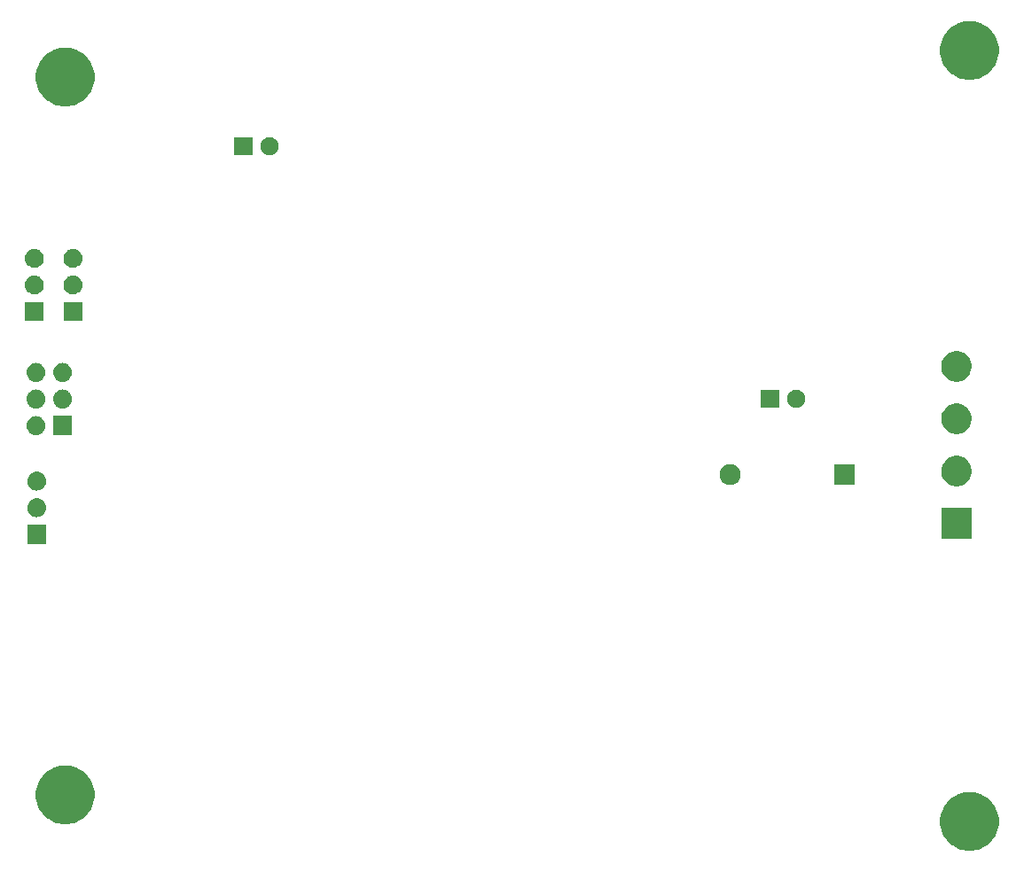
<source format=gbr>
G04 #@! TF.GenerationSoftware,KiCad,Pcbnew,(5.0.1)-4*
G04 #@! TF.CreationDate,2019-02-26T19:28:48-05:00*
G04 #@! TF.ProjectId,Capstone,43617073746F6E652E6B696361645F70,v01*
G04 #@! TF.SameCoordinates,Original*
G04 #@! TF.FileFunction,Soldermask,Bot*
G04 #@! TF.FilePolarity,Negative*
%FSLAX46Y46*%
G04 Gerber Fmt 4.6, Leading zero omitted, Abs format (unit mm)*
G04 Created by KiCad (PCBNEW (5.0.1)-4) date 26/02/2019 7:28:48 PM*
%MOMM*%
%LPD*%
G01*
G04 APERTURE LIST*
%ADD10C,0.100000*%
G04 APERTURE END LIST*
D10*
G36*
X203746409Y-126793017D02*
X204016963Y-126846833D01*
X204228092Y-126934285D01*
X204526675Y-127057962D01*
X204526676Y-127057963D01*
X204985406Y-127364476D01*
X205375524Y-127754594D01*
X205605409Y-128098642D01*
X205682038Y-128213325D01*
X205728989Y-128326675D01*
X205893167Y-128723037D01*
X205946983Y-128993591D01*
X206000800Y-129264144D01*
X206000800Y-129815856D01*
X205893167Y-130356962D01*
X205682038Y-130866675D01*
X205682037Y-130866676D01*
X205375524Y-131325406D01*
X204985406Y-131715524D01*
X204641358Y-131945409D01*
X204526675Y-132022038D01*
X204228092Y-132145715D01*
X204016963Y-132233167D01*
X203746409Y-132286983D01*
X203475856Y-132340800D01*
X202924144Y-132340800D01*
X202653591Y-132286983D01*
X202383037Y-132233167D01*
X202171908Y-132145715D01*
X201873325Y-132022038D01*
X201758642Y-131945409D01*
X201414594Y-131715524D01*
X201024476Y-131325406D01*
X200717963Y-130866676D01*
X200717962Y-130866675D01*
X200506833Y-130356962D01*
X200399200Y-129815856D01*
X200399200Y-129264144D01*
X200453017Y-128993591D01*
X200506833Y-128723037D01*
X200671011Y-128326675D01*
X200717962Y-128213325D01*
X200794591Y-128098641D01*
X201024476Y-127754594D01*
X201414594Y-127364476D01*
X201873324Y-127057963D01*
X201873325Y-127057962D01*
X202171908Y-126934285D01*
X202383037Y-126846833D01*
X202653591Y-126793017D01*
X202924144Y-126739200D01*
X203475856Y-126739200D01*
X203746409Y-126793017D01*
X203746409Y-126793017D01*
G37*
G36*
X117386409Y-124253017D02*
X117656963Y-124306833D01*
X117868092Y-124394285D01*
X118166675Y-124517962D01*
X118166676Y-124517963D01*
X118625406Y-124824476D01*
X119015524Y-125214594D01*
X119245409Y-125558641D01*
X119322038Y-125673325D01*
X119445715Y-125971908D01*
X119533167Y-126183037D01*
X119640800Y-126724145D01*
X119640800Y-127275855D01*
X119545574Y-127754591D01*
X119533167Y-127816962D01*
X119322038Y-128326675D01*
X119322037Y-128326676D01*
X119015524Y-128785406D01*
X118625406Y-129175524D01*
X118281359Y-129405409D01*
X118166675Y-129482038D01*
X117868092Y-129605715D01*
X117656963Y-129693167D01*
X117386409Y-129746984D01*
X117115856Y-129800800D01*
X116564144Y-129800800D01*
X116293591Y-129746984D01*
X116023037Y-129693167D01*
X115811908Y-129605715D01*
X115513325Y-129482038D01*
X115398641Y-129405409D01*
X115054594Y-129175524D01*
X114664476Y-128785406D01*
X114357963Y-128326676D01*
X114357962Y-128326675D01*
X114146833Y-127816962D01*
X114134427Y-127754591D01*
X114039200Y-127275855D01*
X114039200Y-126724145D01*
X114146833Y-126183037D01*
X114234285Y-125971908D01*
X114357962Y-125673325D01*
X114434591Y-125558641D01*
X114664476Y-125214594D01*
X115054594Y-124824476D01*
X115513324Y-124517963D01*
X115513325Y-124517962D01*
X115811908Y-124394285D01*
X116023037Y-124306833D01*
X116293591Y-124253017D01*
X116564144Y-124199200D01*
X117115856Y-124199200D01*
X117386409Y-124253017D01*
X117386409Y-124253017D01*
G37*
G36*
X115018800Y-103008800D02*
X113217200Y-103008800D01*
X113217200Y-101207200D01*
X115018800Y-101207200D01*
X115018800Y-103008800D01*
X115018800Y-103008800D01*
G37*
G36*
X203406200Y-102517400D02*
X200504600Y-102517400D01*
X200504600Y-99615800D01*
X203406200Y-99615800D01*
X203406200Y-102517400D01*
X203406200Y-102517400D01*
G37*
G36*
X114206362Y-98671545D02*
X114294588Y-98680234D01*
X114407789Y-98714573D01*
X114464390Y-98731743D01*
X114602980Y-98805822D01*
X114620879Y-98815389D01*
X114656609Y-98844712D01*
X114758044Y-98927956D01*
X114841288Y-99029391D01*
X114870611Y-99065121D01*
X114870612Y-99065123D01*
X114954257Y-99221610D01*
X114954257Y-99221611D01*
X115005766Y-99391412D01*
X115023158Y-99568000D01*
X115005766Y-99744588D01*
X114971427Y-99857789D01*
X114954257Y-99914390D01*
X114880178Y-100052980D01*
X114870611Y-100070879D01*
X114841288Y-100106609D01*
X114758044Y-100208044D01*
X114656609Y-100291288D01*
X114620879Y-100320611D01*
X114620877Y-100320612D01*
X114464390Y-100404257D01*
X114407789Y-100421427D01*
X114294588Y-100455766D01*
X114206362Y-100464455D01*
X114162250Y-100468800D01*
X114073750Y-100468800D01*
X114029638Y-100464455D01*
X113941412Y-100455766D01*
X113828211Y-100421427D01*
X113771610Y-100404257D01*
X113615123Y-100320612D01*
X113615121Y-100320611D01*
X113579391Y-100291288D01*
X113477956Y-100208044D01*
X113394712Y-100106609D01*
X113365389Y-100070879D01*
X113355822Y-100052980D01*
X113281743Y-99914390D01*
X113264573Y-99857789D01*
X113230234Y-99744588D01*
X113212842Y-99568000D01*
X113230234Y-99391412D01*
X113281743Y-99221611D01*
X113281743Y-99221610D01*
X113365388Y-99065123D01*
X113365389Y-99065121D01*
X113394712Y-99029391D01*
X113477956Y-98927956D01*
X113579391Y-98844712D01*
X113615121Y-98815389D01*
X113633020Y-98805822D01*
X113771610Y-98731743D01*
X113828211Y-98714573D01*
X113941412Y-98680234D01*
X114029638Y-98671545D01*
X114073750Y-98667200D01*
X114162250Y-98667200D01*
X114206362Y-98671545D01*
X114206362Y-98671545D01*
G37*
G36*
X114206362Y-96131545D02*
X114294588Y-96140234D01*
X114407789Y-96174573D01*
X114464390Y-96191743D01*
X114602980Y-96265822D01*
X114620879Y-96275389D01*
X114656609Y-96304712D01*
X114758044Y-96387956D01*
X114841288Y-96489391D01*
X114870611Y-96525121D01*
X114870612Y-96525123D01*
X114954257Y-96681610D01*
X114954257Y-96681611D01*
X115005766Y-96851412D01*
X115023158Y-97028000D01*
X115005766Y-97204588D01*
X114982249Y-97282112D01*
X114954257Y-97374390D01*
X114880178Y-97512980D01*
X114870611Y-97530879D01*
X114841288Y-97566609D01*
X114758044Y-97668044D01*
X114656609Y-97751288D01*
X114620879Y-97780611D01*
X114620877Y-97780612D01*
X114464390Y-97864257D01*
X114407789Y-97881427D01*
X114294588Y-97915766D01*
X114206362Y-97924455D01*
X114162250Y-97928800D01*
X114073750Y-97928800D01*
X114029638Y-97924455D01*
X113941412Y-97915766D01*
X113828211Y-97881427D01*
X113771610Y-97864257D01*
X113615123Y-97780612D01*
X113615121Y-97780611D01*
X113579391Y-97751288D01*
X113477956Y-97668044D01*
X113394712Y-97566609D01*
X113365389Y-97530879D01*
X113355822Y-97512980D01*
X113281743Y-97374390D01*
X113253751Y-97282112D01*
X113230234Y-97204588D01*
X113212842Y-97028000D01*
X113230234Y-96851412D01*
X113281743Y-96681611D01*
X113281743Y-96681610D01*
X113365388Y-96525123D01*
X113365389Y-96525121D01*
X113394712Y-96489391D01*
X113477956Y-96387956D01*
X113579391Y-96304712D01*
X113615121Y-96275389D01*
X113633020Y-96265822D01*
X113771610Y-96191743D01*
X113828211Y-96174573D01*
X113941412Y-96140234D01*
X114029638Y-96131545D01*
X114073750Y-96127200D01*
X114162250Y-96127200D01*
X114206362Y-96131545D01*
X114206362Y-96131545D01*
G37*
G36*
X202285152Y-94652969D02*
X202378583Y-94671553D01*
X202642612Y-94780918D01*
X202877072Y-94937579D01*
X202880234Y-94939692D01*
X203082308Y-95141766D01*
X203241083Y-95379390D01*
X203261324Y-95428256D01*
X203338133Y-95613688D01*
X203350447Y-95643418D01*
X203406200Y-95923707D01*
X203406200Y-96209493D01*
X203393092Y-96275389D01*
X203350447Y-96489783D01*
X203273114Y-96676480D01*
X203241083Y-96753810D01*
X203082308Y-96991434D01*
X202880234Y-97193508D01*
X202880231Y-97193510D01*
X202642612Y-97352282D01*
X202378583Y-97461647D01*
X202285152Y-97480231D01*
X202098293Y-97517400D01*
X201812507Y-97517400D01*
X201625648Y-97480231D01*
X201532217Y-97461647D01*
X201268188Y-97352282D01*
X201030569Y-97193510D01*
X201030566Y-97193508D01*
X200828492Y-96991434D01*
X200669717Y-96753810D01*
X200637686Y-96676480D01*
X200560353Y-96489783D01*
X200517708Y-96275389D01*
X200504600Y-96209493D01*
X200504600Y-95923707D01*
X200560353Y-95643418D01*
X200572668Y-95613688D01*
X200649476Y-95428256D01*
X200669717Y-95379390D01*
X200828492Y-95141766D01*
X201030566Y-94939692D01*
X201033728Y-94937579D01*
X201268188Y-94780918D01*
X201532217Y-94671553D01*
X201625648Y-94652969D01*
X201812507Y-94615800D01*
X202098293Y-94615800D01*
X202285152Y-94652969D01*
X202285152Y-94652969D01*
G37*
G36*
X192265300Y-97396300D02*
X190258700Y-97396300D01*
X190258700Y-95389700D01*
X192265300Y-95389700D01*
X192265300Y-97396300D01*
X192265300Y-97396300D01*
G37*
G36*
X180516350Y-95405122D02*
X180632652Y-95428256D01*
X180815241Y-95503887D01*
X180979567Y-95613686D01*
X181119314Y-95753433D01*
X181229113Y-95917759D01*
X181304744Y-96100348D01*
X181322923Y-96191743D01*
X181343300Y-96294182D01*
X181343300Y-96491818D01*
X181336675Y-96525123D01*
X181304744Y-96685652D01*
X181229113Y-96868241D01*
X181119314Y-97032567D01*
X180979567Y-97172314D01*
X180815241Y-97282113D01*
X180632652Y-97357744D01*
X180516350Y-97380878D01*
X180438818Y-97396300D01*
X180241182Y-97396300D01*
X180163650Y-97380878D01*
X180047348Y-97357744D01*
X179864759Y-97282113D01*
X179700433Y-97172314D01*
X179560686Y-97032567D01*
X179450887Y-96868241D01*
X179375256Y-96685652D01*
X179343325Y-96525123D01*
X179336700Y-96491818D01*
X179336700Y-96294182D01*
X179357077Y-96191743D01*
X179375256Y-96100348D01*
X179450887Y-95917759D01*
X179560686Y-95753433D01*
X179700433Y-95613686D01*
X179864759Y-95503887D01*
X180047348Y-95428256D01*
X180163650Y-95405122D01*
X180241182Y-95389700D01*
X180438818Y-95389700D01*
X180516350Y-95405122D01*
X180516350Y-95405122D01*
G37*
G36*
X117490220Y-92612580D02*
X115688620Y-92612580D01*
X115688620Y-90810980D01*
X117490220Y-90810980D01*
X117490220Y-92612580D01*
X117490220Y-92612580D01*
G37*
G36*
X114137782Y-90815325D02*
X114226008Y-90824014D01*
X114339209Y-90858353D01*
X114395810Y-90875523D01*
X114534400Y-90949602D01*
X114552299Y-90959169D01*
X114588029Y-90988492D01*
X114689464Y-91071736D01*
X114772708Y-91173171D01*
X114802031Y-91208901D01*
X114802032Y-91208903D01*
X114885677Y-91365390D01*
X114885677Y-91365391D01*
X114937186Y-91535192D01*
X114954578Y-91711780D01*
X114937186Y-91888368D01*
X114905922Y-91991431D01*
X114885677Y-92058170D01*
X114813335Y-92193510D01*
X114802031Y-92214659D01*
X114772708Y-92250389D01*
X114689464Y-92351824D01*
X114588029Y-92435068D01*
X114552299Y-92464391D01*
X114552297Y-92464392D01*
X114395810Y-92548037D01*
X114339209Y-92565207D01*
X114226008Y-92599546D01*
X114137782Y-92608235D01*
X114093670Y-92612580D01*
X114005170Y-92612580D01*
X113961058Y-92608235D01*
X113872832Y-92599546D01*
X113759631Y-92565207D01*
X113703030Y-92548037D01*
X113546543Y-92464392D01*
X113546541Y-92464391D01*
X113510811Y-92435068D01*
X113409376Y-92351824D01*
X113326132Y-92250389D01*
X113296809Y-92214659D01*
X113285505Y-92193510D01*
X113213163Y-92058170D01*
X113192918Y-91991431D01*
X113161654Y-91888368D01*
X113144262Y-91711780D01*
X113161654Y-91535192D01*
X113213163Y-91365391D01*
X113213163Y-91365390D01*
X113296808Y-91208903D01*
X113296809Y-91208901D01*
X113326132Y-91173171D01*
X113409376Y-91071736D01*
X113510811Y-90988492D01*
X113546541Y-90959169D01*
X113564440Y-90949602D01*
X113703030Y-90875523D01*
X113759631Y-90858353D01*
X113872832Y-90824014D01*
X113961058Y-90815325D01*
X114005170Y-90810980D01*
X114093670Y-90810980D01*
X114137782Y-90815325D01*
X114137782Y-90815325D01*
G37*
G36*
X202285152Y-89652969D02*
X202378583Y-89671553D01*
X202642612Y-89780918D01*
X202832756Y-89907968D01*
X202880234Y-89939692D01*
X203082308Y-90141766D01*
X203241083Y-90379390D01*
X203350447Y-90643418D01*
X203396616Y-90875523D01*
X203406200Y-90923709D01*
X203406200Y-91209491D01*
X203350447Y-91489783D01*
X203241082Y-91753812D01*
X203084421Y-91988272D01*
X203082308Y-91991434D01*
X202880234Y-92193508D01*
X202880231Y-92193510D01*
X202642612Y-92352282D01*
X202378583Y-92461647D01*
X202285152Y-92480231D01*
X202098293Y-92517400D01*
X201812507Y-92517400D01*
X201625648Y-92480231D01*
X201532217Y-92461647D01*
X201268188Y-92352282D01*
X201030569Y-92193510D01*
X201030566Y-92193508D01*
X200828492Y-91991434D01*
X200826379Y-91988272D01*
X200669718Y-91753812D01*
X200560353Y-91489783D01*
X200504600Y-91209491D01*
X200504600Y-90923709D01*
X200514185Y-90875523D01*
X200560353Y-90643418D01*
X200669717Y-90379390D01*
X200828492Y-90141766D01*
X201030566Y-89939692D01*
X201078044Y-89907968D01*
X201268188Y-89780918D01*
X201532217Y-89671553D01*
X201625648Y-89652969D01*
X201812507Y-89615800D01*
X202098293Y-89615800D01*
X202285152Y-89652969D01*
X202285152Y-89652969D01*
G37*
G36*
X116677782Y-88275325D02*
X116766008Y-88284014D01*
X116879209Y-88318353D01*
X116935810Y-88335523D01*
X117056496Y-88400032D01*
X117092299Y-88419169D01*
X117128029Y-88448492D01*
X117229464Y-88531736D01*
X117295043Y-88611646D01*
X117342031Y-88668901D01*
X117342032Y-88668903D01*
X117425677Y-88825390D01*
X117425677Y-88825391D01*
X117477186Y-88995192D01*
X117494578Y-89171780D01*
X117477186Y-89348368D01*
X117442847Y-89461569D01*
X117425677Y-89518170D01*
X117404919Y-89557005D01*
X117342031Y-89674659D01*
X117312708Y-89710389D01*
X117229464Y-89811824D01*
X117128029Y-89895068D01*
X117092299Y-89924391D01*
X117092297Y-89924392D01*
X116935810Y-90008037D01*
X116879209Y-90025207D01*
X116766008Y-90059546D01*
X116677782Y-90068235D01*
X116633670Y-90072580D01*
X116545170Y-90072580D01*
X116501058Y-90068235D01*
X116412832Y-90059546D01*
X116299631Y-90025207D01*
X116243030Y-90008037D01*
X116086543Y-89924392D01*
X116086541Y-89924391D01*
X116050811Y-89895068D01*
X115949376Y-89811824D01*
X115866132Y-89710389D01*
X115836809Y-89674659D01*
X115773921Y-89557005D01*
X115753163Y-89518170D01*
X115735993Y-89461569D01*
X115701654Y-89348368D01*
X115684262Y-89171780D01*
X115701654Y-88995192D01*
X115753163Y-88825391D01*
X115753163Y-88825390D01*
X115836808Y-88668903D01*
X115836809Y-88668901D01*
X115883797Y-88611646D01*
X115949376Y-88531736D01*
X116050811Y-88448492D01*
X116086541Y-88419169D01*
X116122344Y-88400032D01*
X116243030Y-88335523D01*
X116299631Y-88318353D01*
X116412832Y-88284014D01*
X116501058Y-88275325D01*
X116545170Y-88270980D01*
X116633670Y-88270980D01*
X116677782Y-88275325D01*
X116677782Y-88275325D01*
G37*
G36*
X114137782Y-88275325D02*
X114226008Y-88284014D01*
X114339209Y-88318353D01*
X114395810Y-88335523D01*
X114516496Y-88400032D01*
X114552299Y-88419169D01*
X114588029Y-88448492D01*
X114689464Y-88531736D01*
X114755043Y-88611646D01*
X114802031Y-88668901D01*
X114802032Y-88668903D01*
X114885677Y-88825390D01*
X114885677Y-88825391D01*
X114937186Y-88995192D01*
X114954578Y-89171780D01*
X114937186Y-89348368D01*
X114902847Y-89461569D01*
X114885677Y-89518170D01*
X114864919Y-89557005D01*
X114802031Y-89674659D01*
X114772708Y-89710389D01*
X114689464Y-89811824D01*
X114588029Y-89895068D01*
X114552299Y-89924391D01*
X114552297Y-89924392D01*
X114395810Y-90008037D01*
X114339209Y-90025207D01*
X114226008Y-90059546D01*
X114137782Y-90068235D01*
X114093670Y-90072580D01*
X114005170Y-90072580D01*
X113961058Y-90068235D01*
X113872832Y-90059546D01*
X113759631Y-90025207D01*
X113703030Y-90008037D01*
X113546543Y-89924392D01*
X113546541Y-89924391D01*
X113510811Y-89895068D01*
X113409376Y-89811824D01*
X113326132Y-89710389D01*
X113296809Y-89674659D01*
X113233921Y-89557005D01*
X113213163Y-89518170D01*
X113195993Y-89461569D01*
X113161654Y-89348368D01*
X113144262Y-89171780D01*
X113161654Y-88995192D01*
X113213163Y-88825391D01*
X113213163Y-88825390D01*
X113296808Y-88668903D01*
X113296809Y-88668901D01*
X113343797Y-88611646D01*
X113409376Y-88531736D01*
X113510811Y-88448492D01*
X113546541Y-88419169D01*
X113582344Y-88400032D01*
X113703030Y-88335523D01*
X113759631Y-88318353D01*
X113872832Y-88284014D01*
X113961058Y-88275325D01*
X114005170Y-88270980D01*
X114093670Y-88270980D01*
X114137782Y-88275325D01*
X114137782Y-88275325D01*
G37*
G36*
X186898169Y-88335895D02*
X187053005Y-88400031D01*
X187192354Y-88493140D01*
X187310860Y-88611646D01*
X187403969Y-88750995D01*
X187468105Y-88905831D01*
X187500800Y-89070203D01*
X187500800Y-89237797D01*
X187468105Y-89402169D01*
X187403969Y-89557005D01*
X187310860Y-89696354D01*
X187192354Y-89814860D01*
X187053005Y-89907969D01*
X186898169Y-89972105D01*
X186733797Y-90004800D01*
X186566203Y-90004800D01*
X186401831Y-89972105D01*
X186246995Y-89907969D01*
X186107646Y-89814860D01*
X185989140Y-89696354D01*
X185896031Y-89557005D01*
X185831895Y-89402169D01*
X185799200Y-89237797D01*
X185799200Y-89070203D01*
X185831895Y-88905831D01*
X185896031Y-88750995D01*
X185989140Y-88611646D01*
X186107646Y-88493140D01*
X186246995Y-88400031D01*
X186401831Y-88335895D01*
X186566203Y-88303200D01*
X186733797Y-88303200D01*
X186898169Y-88335895D01*
X186898169Y-88335895D01*
G37*
G36*
X185000800Y-90004800D02*
X183299200Y-90004800D01*
X183299200Y-88303200D01*
X185000800Y-88303200D01*
X185000800Y-90004800D01*
X185000800Y-90004800D01*
G37*
G36*
X116677782Y-85735325D02*
X116766008Y-85744014D01*
X116879209Y-85778353D01*
X116935810Y-85795523D01*
X117074400Y-85869602D01*
X117092299Y-85879169D01*
X117128029Y-85908492D01*
X117229464Y-85991736D01*
X117312708Y-86093171D01*
X117342031Y-86128901D01*
X117342032Y-86128903D01*
X117425677Y-86285390D01*
X117425677Y-86285391D01*
X117477186Y-86455192D01*
X117494578Y-86631780D01*
X117477186Y-86808368D01*
X117442847Y-86921569D01*
X117425677Y-86978170D01*
X117418587Y-86991434D01*
X117342031Y-87134659D01*
X117312708Y-87170389D01*
X117229464Y-87271824D01*
X117131424Y-87352282D01*
X117092299Y-87384391D01*
X117092297Y-87384392D01*
X116935810Y-87468037D01*
X116879209Y-87485207D01*
X116766008Y-87519546D01*
X116677782Y-87528235D01*
X116633670Y-87532580D01*
X116545170Y-87532580D01*
X116501058Y-87528235D01*
X116412832Y-87519546D01*
X116299631Y-87485207D01*
X116243030Y-87468037D01*
X116086543Y-87384392D01*
X116086541Y-87384391D01*
X116047416Y-87352282D01*
X115949376Y-87271824D01*
X115866132Y-87170389D01*
X115836809Y-87134659D01*
X115760253Y-86991434D01*
X115753163Y-86978170D01*
X115735993Y-86921569D01*
X115701654Y-86808368D01*
X115684262Y-86631780D01*
X115701654Y-86455192D01*
X115753163Y-86285391D01*
X115753163Y-86285390D01*
X115836808Y-86128903D01*
X115836809Y-86128901D01*
X115866132Y-86093171D01*
X115949376Y-85991736D01*
X116050811Y-85908492D01*
X116086541Y-85879169D01*
X116104440Y-85869602D01*
X116243030Y-85795523D01*
X116299631Y-85778353D01*
X116412832Y-85744014D01*
X116501058Y-85735325D01*
X116545170Y-85730980D01*
X116633670Y-85730980D01*
X116677782Y-85735325D01*
X116677782Y-85735325D01*
G37*
G36*
X114137782Y-85735325D02*
X114226008Y-85744014D01*
X114339209Y-85778353D01*
X114395810Y-85795523D01*
X114534400Y-85869602D01*
X114552299Y-85879169D01*
X114588029Y-85908492D01*
X114689464Y-85991736D01*
X114772708Y-86093171D01*
X114802031Y-86128901D01*
X114802032Y-86128903D01*
X114885677Y-86285390D01*
X114885677Y-86285391D01*
X114937186Y-86455192D01*
X114954578Y-86631780D01*
X114937186Y-86808368D01*
X114902847Y-86921569D01*
X114885677Y-86978170D01*
X114878587Y-86991434D01*
X114802031Y-87134659D01*
X114772708Y-87170389D01*
X114689464Y-87271824D01*
X114591424Y-87352282D01*
X114552299Y-87384391D01*
X114552297Y-87384392D01*
X114395810Y-87468037D01*
X114339209Y-87485207D01*
X114226008Y-87519546D01*
X114137782Y-87528235D01*
X114093670Y-87532580D01*
X114005170Y-87532580D01*
X113961058Y-87528235D01*
X113872832Y-87519546D01*
X113759631Y-87485207D01*
X113703030Y-87468037D01*
X113546543Y-87384392D01*
X113546541Y-87384391D01*
X113507416Y-87352282D01*
X113409376Y-87271824D01*
X113326132Y-87170389D01*
X113296809Y-87134659D01*
X113220253Y-86991434D01*
X113213163Y-86978170D01*
X113195993Y-86921569D01*
X113161654Y-86808368D01*
X113144262Y-86631780D01*
X113161654Y-86455192D01*
X113213163Y-86285391D01*
X113213163Y-86285390D01*
X113296808Y-86128903D01*
X113296809Y-86128901D01*
X113326132Y-86093171D01*
X113409376Y-85991736D01*
X113510811Y-85908492D01*
X113546541Y-85879169D01*
X113564440Y-85869602D01*
X113703030Y-85795523D01*
X113759631Y-85778353D01*
X113872832Y-85744014D01*
X113961058Y-85735325D01*
X114005170Y-85730980D01*
X114093670Y-85730980D01*
X114137782Y-85735325D01*
X114137782Y-85735325D01*
G37*
G36*
X202285152Y-84652969D02*
X202378583Y-84671553D01*
X202642612Y-84780918D01*
X202877072Y-84937579D01*
X202880234Y-84939692D01*
X203082308Y-85141766D01*
X203241083Y-85379390D01*
X203350447Y-85643418D01*
X203397341Y-85879168D01*
X203406200Y-85923709D01*
X203406200Y-86209491D01*
X203350447Y-86489783D01*
X203273114Y-86676480D01*
X203241083Y-86753810D01*
X203082308Y-86991434D01*
X202880234Y-87193508D01*
X202880231Y-87193510D01*
X202642612Y-87352282D01*
X202378583Y-87461647D01*
X202285152Y-87480231D01*
X202098293Y-87517400D01*
X201812507Y-87517400D01*
X201625648Y-87480231D01*
X201532217Y-87461647D01*
X201268188Y-87352282D01*
X201030569Y-87193510D01*
X201030566Y-87193508D01*
X200828492Y-86991434D01*
X200669717Y-86753810D01*
X200637686Y-86676480D01*
X200560353Y-86489783D01*
X200504600Y-86209491D01*
X200504600Y-85923709D01*
X200513460Y-85879168D01*
X200560353Y-85643418D01*
X200669717Y-85379390D01*
X200828492Y-85141766D01*
X201030566Y-84939692D01*
X201033728Y-84937579D01*
X201268188Y-84780918D01*
X201532217Y-84671553D01*
X201625648Y-84652969D01*
X201812507Y-84615800D01*
X202098293Y-84615800D01*
X202285152Y-84652969D01*
X202285152Y-84652969D01*
G37*
G36*
X114797820Y-81723600D02*
X112996220Y-81723600D01*
X112996220Y-79922000D01*
X114797820Y-79922000D01*
X114797820Y-81723600D01*
X114797820Y-81723600D01*
G37*
G36*
X118473200Y-81723600D02*
X116671600Y-81723600D01*
X116671600Y-79922000D01*
X118473200Y-79922000D01*
X118473200Y-81723600D01*
X118473200Y-81723600D01*
G37*
G36*
X117660762Y-77386345D02*
X117748988Y-77395034D01*
X117862189Y-77429373D01*
X117918790Y-77446543D01*
X118057380Y-77520622D01*
X118075279Y-77530189D01*
X118111009Y-77559512D01*
X118212444Y-77642756D01*
X118295688Y-77744191D01*
X118325011Y-77779921D01*
X118325012Y-77779923D01*
X118408657Y-77936410D01*
X118408657Y-77936411D01*
X118460166Y-78106212D01*
X118477558Y-78282800D01*
X118460166Y-78459388D01*
X118425827Y-78572589D01*
X118408657Y-78629190D01*
X118334578Y-78767780D01*
X118325011Y-78785679D01*
X118295688Y-78821409D01*
X118212444Y-78922844D01*
X118111009Y-79006088D01*
X118075279Y-79035411D01*
X118075277Y-79035412D01*
X117918790Y-79119057D01*
X117862189Y-79136227D01*
X117748988Y-79170566D01*
X117660762Y-79179255D01*
X117616650Y-79183600D01*
X117528150Y-79183600D01*
X117484038Y-79179255D01*
X117395812Y-79170566D01*
X117282611Y-79136227D01*
X117226010Y-79119057D01*
X117069523Y-79035412D01*
X117069521Y-79035411D01*
X117033791Y-79006088D01*
X116932356Y-78922844D01*
X116849112Y-78821409D01*
X116819789Y-78785679D01*
X116810222Y-78767780D01*
X116736143Y-78629190D01*
X116718973Y-78572589D01*
X116684634Y-78459388D01*
X116667242Y-78282800D01*
X116684634Y-78106212D01*
X116736143Y-77936411D01*
X116736143Y-77936410D01*
X116819788Y-77779923D01*
X116819789Y-77779921D01*
X116849112Y-77744191D01*
X116932356Y-77642756D01*
X117033791Y-77559512D01*
X117069521Y-77530189D01*
X117087420Y-77520622D01*
X117226010Y-77446543D01*
X117282611Y-77429373D01*
X117395812Y-77395034D01*
X117484038Y-77386345D01*
X117528150Y-77382000D01*
X117616650Y-77382000D01*
X117660762Y-77386345D01*
X117660762Y-77386345D01*
G37*
G36*
X113985382Y-77386345D02*
X114073608Y-77395034D01*
X114186809Y-77429373D01*
X114243410Y-77446543D01*
X114382000Y-77520622D01*
X114399899Y-77530189D01*
X114435629Y-77559512D01*
X114537064Y-77642756D01*
X114620308Y-77744191D01*
X114649631Y-77779921D01*
X114649632Y-77779923D01*
X114733277Y-77936410D01*
X114733277Y-77936411D01*
X114784786Y-78106212D01*
X114802178Y-78282800D01*
X114784786Y-78459388D01*
X114750447Y-78572589D01*
X114733277Y-78629190D01*
X114659198Y-78767780D01*
X114649631Y-78785679D01*
X114620308Y-78821409D01*
X114537064Y-78922844D01*
X114435629Y-79006088D01*
X114399899Y-79035411D01*
X114399897Y-79035412D01*
X114243410Y-79119057D01*
X114186809Y-79136227D01*
X114073608Y-79170566D01*
X113985382Y-79179255D01*
X113941270Y-79183600D01*
X113852770Y-79183600D01*
X113808658Y-79179255D01*
X113720432Y-79170566D01*
X113607231Y-79136227D01*
X113550630Y-79119057D01*
X113394143Y-79035412D01*
X113394141Y-79035411D01*
X113358411Y-79006088D01*
X113256976Y-78922844D01*
X113173732Y-78821409D01*
X113144409Y-78785679D01*
X113134842Y-78767780D01*
X113060763Y-78629190D01*
X113043593Y-78572589D01*
X113009254Y-78459388D01*
X112991862Y-78282800D01*
X113009254Y-78106212D01*
X113060763Y-77936411D01*
X113060763Y-77936410D01*
X113144408Y-77779923D01*
X113144409Y-77779921D01*
X113173732Y-77744191D01*
X113256976Y-77642756D01*
X113358411Y-77559512D01*
X113394141Y-77530189D01*
X113412040Y-77520622D01*
X113550630Y-77446543D01*
X113607231Y-77429373D01*
X113720432Y-77395034D01*
X113808658Y-77386345D01*
X113852770Y-77382000D01*
X113941270Y-77382000D01*
X113985382Y-77386345D01*
X113985382Y-77386345D01*
G37*
G36*
X117660762Y-74846345D02*
X117748988Y-74855034D01*
X117862189Y-74889373D01*
X117918790Y-74906543D01*
X118057380Y-74980622D01*
X118075279Y-74990189D01*
X118111009Y-75019512D01*
X118212444Y-75102756D01*
X118295688Y-75204191D01*
X118325011Y-75239921D01*
X118325012Y-75239923D01*
X118408657Y-75396410D01*
X118408657Y-75396411D01*
X118460166Y-75566212D01*
X118477558Y-75742800D01*
X118460166Y-75919388D01*
X118425827Y-76032589D01*
X118408657Y-76089190D01*
X118334578Y-76227780D01*
X118325011Y-76245679D01*
X118295688Y-76281409D01*
X118212444Y-76382844D01*
X118111009Y-76466088D01*
X118075279Y-76495411D01*
X118075277Y-76495412D01*
X117918790Y-76579057D01*
X117862189Y-76596227D01*
X117748988Y-76630566D01*
X117660762Y-76639255D01*
X117616650Y-76643600D01*
X117528150Y-76643600D01*
X117484038Y-76639255D01*
X117395812Y-76630566D01*
X117282611Y-76596227D01*
X117226010Y-76579057D01*
X117069523Y-76495412D01*
X117069521Y-76495411D01*
X117033791Y-76466088D01*
X116932356Y-76382844D01*
X116849112Y-76281409D01*
X116819789Y-76245679D01*
X116810222Y-76227780D01*
X116736143Y-76089190D01*
X116718973Y-76032589D01*
X116684634Y-75919388D01*
X116667242Y-75742800D01*
X116684634Y-75566212D01*
X116736143Y-75396411D01*
X116736143Y-75396410D01*
X116819788Y-75239923D01*
X116819789Y-75239921D01*
X116849112Y-75204191D01*
X116932356Y-75102756D01*
X117033791Y-75019512D01*
X117069521Y-74990189D01*
X117087420Y-74980622D01*
X117226010Y-74906543D01*
X117282611Y-74889373D01*
X117395812Y-74855034D01*
X117484038Y-74846345D01*
X117528150Y-74842000D01*
X117616650Y-74842000D01*
X117660762Y-74846345D01*
X117660762Y-74846345D01*
G37*
G36*
X113985382Y-74846345D02*
X114073608Y-74855034D01*
X114186809Y-74889373D01*
X114243410Y-74906543D01*
X114382000Y-74980622D01*
X114399899Y-74990189D01*
X114435629Y-75019512D01*
X114537064Y-75102756D01*
X114620308Y-75204191D01*
X114649631Y-75239921D01*
X114649632Y-75239923D01*
X114733277Y-75396410D01*
X114733277Y-75396411D01*
X114784786Y-75566212D01*
X114802178Y-75742800D01*
X114784786Y-75919388D01*
X114750447Y-76032589D01*
X114733277Y-76089190D01*
X114659198Y-76227780D01*
X114649631Y-76245679D01*
X114620308Y-76281409D01*
X114537064Y-76382844D01*
X114435629Y-76466088D01*
X114399899Y-76495411D01*
X114399897Y-76495412D01*
X114243410Y-76579057D01*
X114186809Y-76596227D01*
X114073608Y-76630566D01*
X113985382Y-76639255D01*
X113941270Y-76643600D01*
X113852770Y-76643600D01*
X113808658Y-76639255D01*
X113720432Y-76630566D01*
X113607231Y-76596227D01*
X113550630Y-76579057D01*
X113394143Y-76495412D01*
X113394141Y-76495411D01*
X113358411Y-76466088D01*
X113256976Y-76382844D01*
X113173732Y-76281409D01*
X113144409Y-76245679D01*
X113134842Y-76227780D01*
X113060763Y-76089190D01*
X113043593Y-76032589D01*
X113009254Y-75919388D01*
X112991862Y-75742800D01*
X113009254Y-75566212D01*
X113060763Y-75396411D01*
X113060763Y-75396410D01*
X113144408Y-75239923D01*
X113144409Y-75239921D01*
X113173732Y-75204191D01*
X113256976Y-75102756D01*
X113358411Y-75019512D01*
X113394141Y-74990189D01*
X113412040Y-74980622D01*
X113550630Y-74906543D01*
X113607231Y-74889373D01*
X113720432Y-74855034D01*
X113808658Y-74846345D01*
X113852770Y-74842000D01*
X113941270Y-74842000D01*
X113985382Y-74846345D01*
X113985382Y-74846345D01*
G37*
G36*
X134708800Y-65874800D02*
X133007200Y-65874800D01*
X133007200Y-64173200D01*
X134708800Y-64173200D01*
X134708800Y-65874800D01*
X134708800Y-65874800D01*
G37*
G36*
X136606169Y-64205895D02*
X136761005Y-64270031D01*
X136900354Y-64363140D01*
X137018860Y-64481646D01*
X137111969Y-64620995D01*
X137176105Y-64775831D01*
X137208800Y-64940203D01*
X137208800Y-65107797D01*
X137176105Y-65272169D01*
X137111969Y-65427005D01*
X137018860Y-65566354D01*
X136900354Y-65684860D01*
X136761005Y-65777969D01*
X136606169Y-65842105D01*
X136441797Y-65874800D01*
X136274203Y-65874800D01*
X136109831Y-65842105D01*
X135954995Y-65777969D01*
X135815646Y-65684860D01*
X135697140Y-65566354D01*
X135604031Y-65427005D01*
X135539895Y-65272169D01*
X135507200Y-65107797D01*
X135507200Y-64940203D01*
X135539895Y-64775831D01*
X135604031Y-64620995D01*
X135697140Y-64481646D01*
X135815646Y-64363140D01*
X135954995Y-64270031D01*
X136109831Y-64205895D01*
X136274203Y-64173200D01*
X136441797Y-64173200D01*
X136606169Y-64205895D01*
X136606169Y-64205895D01*
G37*
G36*
X117386409Y-55673016D02*
X117656963Y-55726833D01*
X117868092Y-55814285D01*
X118166675Y-55937962D01*
X118166676Y-55937963D01*
X118625406Y-56244476D01*
X119015524Y-56634594D01*
X119245409Y-56978641D01*
X119322038Y-57093325D01*
X119368989Y-57206675D01*
X119533167Y-57603037D01*
X119586983Y-57873591D01*
X119640800Y-58144144D01*
X119640800Y-58695856D01*
X119533167Y-59236962D01*
X119322038Y-59746675D01*
X119322037Y-59746676D01*
X119015524Y-60205406D01*
X118625406Y-60595524D01*
X118281358Y-60825409D01*
X118166675Y-60902038D01*
X117868092Y-61025715D01*
X117656963Y-61113167D01*
X117386409Y-61166984D01*
X117115856Y-61220800D01*
X116564144Y-61220800D01*
X116293591Y-61166984D01*
X116023037Y-61113167D01*
X115811908Y-61025715D01*
X115513325Y-60902038D01*
X115398642Y-60825409D01*
X115054594Y-60595524D01*
X114664476Y-60205406D01*
X114357963Y-59746676D01*
X114357962Y-59746675D01*
X114146833Y-59236962D01*
X114039200Y-58695856D01*
X114039200Y-58144144D01*
X114093017Y-57873591D01*
X114146833Y-57603037D01*
X114311011Y-57206675D01*
X114357962Y-57093325D01*
X114434591Y-56978641D01*
X114664476Y-56634594D01*
X115054594Y-56244476D01*
X115513324Y-55937963D01*
X115513325Y-55937962D01*
X115811908Y-55814285D01*
X116023037Y-55726833D01*
X116293591Y-55673016D01*
X116564144Y-55619200D01*
X117115856Y-55619200D01*
X117386409Y-55673016D01*
X117386409Y-55673016D01*
G37*
G36*
X203746409Y-53133017D02*
X204016963Y-53186833D01*
X204228092Y-53274285D01*
X204526675Y-53397962D01*
X204526676Y-53397963D01*
X204985406Y-53704476D01*
X205375524Y-54094594D01*
X205605409Y-54438641D01*
X205682038Y-54553325D01*
X205805715Y-54851908D01*
X205893167Y-55063037D01*
X206000800Y-55604145D01*
X206000800Y-56155855D01*
X205905574Y-56634591D01*
X205893167Y-56696962D01*
X205682038Y-57206675D01*
X205682037Y-57206676D01*
X205375524Y-57665406D01*
X204985406Y-58055524D01*
X204641358Y-58285409D01*
X204526675Y-58362038D01*
X204228092Y-58485715D01*
X204016963Y-58573167D01*
X203746409Y-58626984D01*
X203475856Y-58680800D01*
X202924144Y-58680800D01*
X202653591Y-58626984D01*
X202383037Y-58573167D01*
X202171908Y-58485715D01*
X201873325Y-58362038D01*
X201758641Y-58285409D01*
X201414594Y-58055524D01*
X201024476Y-57665406D01*
X200717963Y-57206676D01*
X200717962Y-57206675D01*
X200506833Y-56696962D01*
X200494427Y-56634591D01*
X200399200Y-56155855D01*
X200399200Y-55604145D01*
X200506833Y-55063037D01*
X200594285Y-54851908D01*
X200717962Y-54553325D01*
X200794591Y-54438641D01*
X201024476Y-54094594D01*
X201414594Y-53704476D01*
X201873324Y-53397963D01*
X201873325Y-53397962D01*
X202171908Y-53274285D01*
X202383037Y-53186833D01*
X202653591Y-53133017D01*
X202924144Y-53079200D01*
X203475856Y-53079200D01*
X203746409Y-53133017D01*
X203746409Y-53133017D01*
G37*
M02*

</source>
